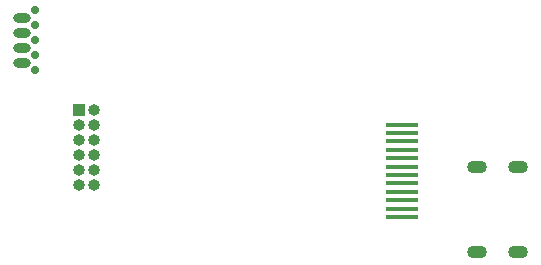
<source format=gbr>
%TF.GenerationSoftware,KiCad,Pcbnew,(6.0.9)*%
%TF.CreationDate,2022-11-24T16:49:12+01:00*%
%TF.ProjectId,LDAD ATOM PRO,4c444144-2041-4544-9f4d-2050524f2e6b,5.3*%
%TF.SameCoordinates,Original*%
%TF.FileFunction,Soldermask,Bot*%
%TF.FilePolarity,Negative*%
%FSLAX46Y46*%
G04 Gerber Fmt 4.6, Leading zero omitted, Abs format (unit mm)*
G04 Created by KiCad (PCBNEW (6.0.9)) date 2022-11-24 16:49:12*
%MOMM*%
%LPD*%
G01*
G04 APERTURE LIST*
%ADD10R,1.000000X1.000000*%
%ADD11O,1.000000X1.000000*%
%ADD12O,1.700000X1.100000*%
%ADD13C,0.700000*%
%ADD14O,1.500000X0.800000*%
%ADD15R,2.800000X0.300000*%
G04 APERTURE END LIST*
D10*
%TO.C,J1*%
X123305000Y-92325000D03*
D11*
X124575000Y-92325000D03*
X123305000Y-93595000D03*
X124575000Y-93595000D03*
X123305000Y-94865000D03*
X124575000Y-94865000D03*
X123305000Y-96135000D03*
X124575000Y-96135000D03*
X123305000Y-97405000D03*
X124575000Y-97405000D03*
X123305000Y-98675000D03*
X124575000Y-98675000D03*
%TD*%
D12*
%TO.C,J2*%
X156990000Y-97160000D03*
X160470000Y-97140000D03*
X160470000Y-104360000D03*
X157000000Y-104350000D03*
%TD*%
D13*
%TO.C,ICSP1*%
X119615500Y-87670000D03*
X119615500Y-86400000D03*
X119615500Y-88940000D03*
X119615500Y-83860000D03*
X119615500Y-85130000D03*
D14*
X118460500Y-84495000D03*
X118460500Y-85765000D03*
X118460500Y-87035000D03*
X118460500Y-88305000D03*
%TD*%
D15*
%TO.C,LCD1*%
X150618795Y-101376357D03*
X150623795Y-100666357D03*
X150623795Y-99956357D03*
X150618795Y-99246357D03*
X150623795Y-98536357D03*
X150618795Y-97821357D03*
X150618795Y-97111357D03*
X150618795Y-96401357D03*
X150613795Y-95691357D03*
X150618795Y-94981357D03*
X150618795Y-94271357D03*
X150618795Y-93561357D03*
%TD*%
M02*

</source>
